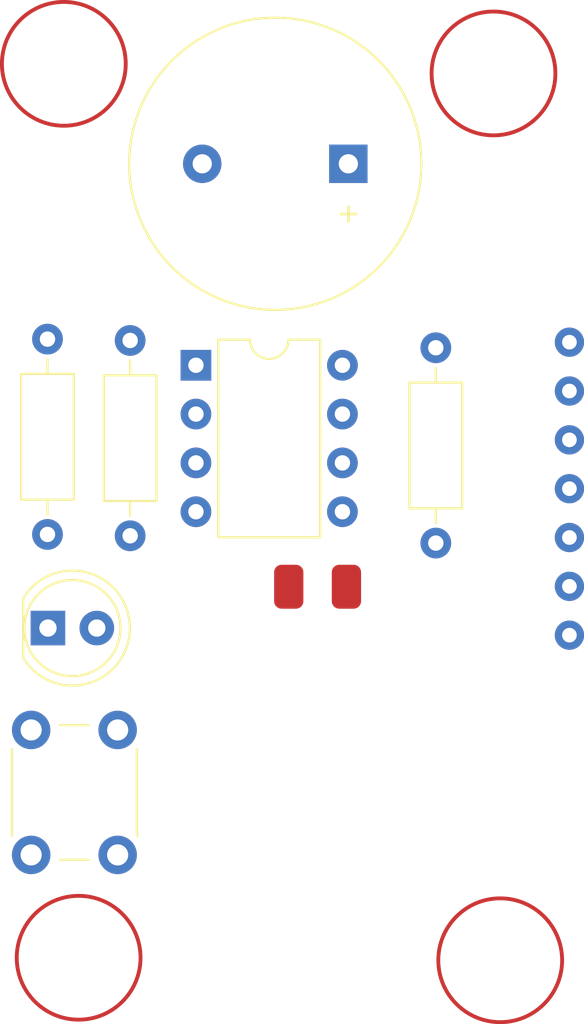
<source format=kicad_pcb>
(kicad_pcb (version 20240108) (generator "pcbnew") (generator_version "8.0")
  (layers (0 "F.Cu" signal) (31 "B.Cu" signal) (34 "B.Paste" user) (35 "F.Paste" user) (36 "B.SilkS" user "B.Silkscreen") (37 "F.SilkS" user "F.Silkscreen") (38 "B.Mask" user) (39 "F.Mask" user) (44 "Edge.Cuts" user))
  (net 0 "")
  (net 1 "+5V")
  (net 2 "Net-(D1-A)")
  (net 3 "Net-(U1-PB1)")
  (net 4 "Net-(U1-PB2)")
  (net 5 "GND")
  (net 6 "Net-(U1-AREF{slash}PB0)")
  (net 7 "Net-(U1-~{RESET}{slash}PB5)")
  (net 8 "Net-(U1-XTAL1{slash}PB3)")
  (net 9 "Net-(U3-+)")
  (net 10 "Net-(BZ1-+)")
  (footprint "Resistor_THT:R_Axial_DIN0207_L6.3mm_D2.5mm_P10.16mm_Horizontal" (layer "F.Cu") (at 124.25 91.94 -90)
    (property "Reference" "R3" (hide yes))
    (property "Value" "220" (hide yes))
    (fp_line (start 1.81 1.37) (end 8.35 1.37) (stroke (width 0.12)) (layer "F.SilkS"))
    (fp_line (start 8.35 1.37) (end 8.35 -1.37) (stroke (width 0.12)) (layer "F.SilkS"))
    (fp_line (start 1.04 0) (end 1.81 0) (stroke (width 0.12)) (layer "F.SilkS"))
    (fp_line (start 9.12 0) (end 8.35 0) (stroke (width 0.12)) (layer "F.SilkS"))
    (fp_line (start 1.81 -1.37) (end 1.81 1.37) (stroke (width 0.12)) (layer "F.SilkS"))
    (fp_line (start 8.35 -1.37) (end 1.81 -1.37) (stroke (width 0.12)) (layer "F.SilkS"))
    (pad "1" thru_hole circle (at 0 0 270) (size 1.6 1.6) (drill 0.8) (layers "*.Cu" "*.Mask") (net 3 "Net-(U1-PB1)"))
    (pad "2" thru_hole oval (at 10.16 0 270) (size 1.6 1.6) (drill 0.8) (layers "*.Cu" "*.Mask") (net 2 "Net-(D1-A)"))
  )
  (footprint "Library:Piezo" (layer "F.Cu") (at 134 104.75)
    (property "Reference" "U3" (hide yes))
    (property "Value" "~" (hide yes))
    (pad "1" smd roundrect (at -1.5 0 90) (size 2.286 1.524) (layers "F.Cu" "F.Paste" "F.Mask") (net 5 "GND"))
    (pad "2" smd roundrect (at 1.5 0 90) (size 2.286 1.524) (layers "F.Cu" "F.Paste" "F.Mask") (net 9 "Net-(U3-+)"))
  )
  (footprint "Button_Switch_THT:SW_PUSH_6mm" (layer "F.Cu") (at 123.6 112.2 -90)
    (property "Reference" "SW1" (hide yes))
    (property "Value" "SW_Push" (hide yes))
    (fp_line (start 1 5.5) (end 5.5 5.5) (stroke (width 0.12)) (layer "F.SilkS"))
    (fp_line (start 6.75 3) (end 6.75 1.5) (stroke (width 0.12)) (layer "F.SilkS"))
    (fp_line (start -0.25 1.5) (end -0.25 3) (stroke (width 0.12)) (layer "F.SilkS"))
    (fp_line (start 5.5 -1) (end 1 -1) (stroke (width 0.12)) (layer "F.SilkS"))
    (pad "1" thru_hole circle (at 0 0) (size 2 2) (drill 1.1) (layers "*.Cu" "*.Mask") (net 4 "Net-(U1-PB2)"))
    (pad "1" thru_hole circle (at 6.5 0) (size 2 2) (drill 1.1) (layers "*.Cu" "*.Mask") (net 4 "Net-(U1-PB2)"))
    (pad "2" thru_hole circle (at 0 4.5) (size 2 2) (drill 1.1) (layers "*.Cu" "*.Mask") (net 5 "GND"))
    (pad "2" thru_hole circle (at 6.5 4.5) (size 2 2) (drill 1.1) (layers "*.Cu" "*.Mask") (net 5 "GND"))
  )
  (footprint "Library:Arduino_connector" (layer "F.Cu") (at 147.1 92.03 -90)
    (property "Reference" "U2" (hide yes))
    (property "Value" "~")
    (pad "1" thru_hole circle (at 0 0 270) (size 1.524 1.524) (drill 0.762) (layers "*.Cu" "*.Mask") (net 7 "Net-(U1-~{RESET}{slash}PB5)"))
    (pad "2" thru_hole circle (at 2.54 0 270) (size 1.524 1.524) (drill 0.762) (layers "*.Cu" "*.Mask") (net 4 "Net-(U1-PB2)"))
    (pad "3" thru_hole circle (at 5.08 0 270) (size 1.524 1.524) (drill 0.762) (layers "*.Cu" "*.Mask") (net 3 "Net-(U1-PB1)"))
    (pad "4" thru_hole circle (at 7.62 0 270) (size 1.524 1.524) (drill 0.762) (layers "*.Cu" "*.Mask") (net 5 "GND"))
    (pad "5" thru_hole circle (at 10.16 0 270) (size 1.524 1.524) (drill 0.762) (layers "*.Cu" "*.Mask") (net 6 "Net-(U1-AREF{slash}PB0)"))
    (pad "6" thru_hole circle (at 12.7 0 270) (size 1.524 1.524) (drill 0.762) (layers "*.Cu" "*.Mask") (net 1 "+5V"))
    (pad "7" thru_hole circle (at 15.24 0 270) (size 1.524 1.524) (drill 0.762) (layers "*.Cu" "*.Mask") (net 1 "+5V"))
  )
  (footprint "Buzzer_Beeper:Buzzer_15x7.5RM7.6" (layer "F.Cu") (at 135.6 82.75 180)
    (property "Reference" "BZ1" (hide yes))
    (property "Value" "Buzzer" (hide yes))
    (fp_circle (center 3.8 0) (end 11.4 0) (stroke (width 0.12)) (fill none) (layer "F.SilkS"))
    (fp_text user "+" (at -0.01 -2.54 180) (layer "F.SilkS"))
    (pad "1" thru_hole rect (at 0 0 180) (size 2 2) (drill 1) (layers "*.Cu" "*.Mask") (net 10 "Net-(BZ1-+)"))
    (pad "2" thru_hole circle (at 7.6 0 180) (size 2 2) (drill 1) (layers "*.Cu" "*.Mask") (net 5 "GND"))
  )
  (footprint "Resistor_THT:R_Axial_DIN0207_L6.3mm_D2.5mm_P10.16mm_Horizontal" (layer "F.Cu") (at 119.95 102.03 90)
    (property "Reference" "R2" (hide yes))
    (property "Value" "1M" (hide yes))
    (fp_line (start 8.35 -1.37) (end 1.81 -1.37) (stroke (width 0.12)) (layer "F.SilkS"))
    (fp_line (start 1.81 -1.37) (end 1.81 1.37) (stroke (width 0.12)) (layer "F.SilkS"))
    (fp_line (start 9.12 0) (end 8.35 0) (stroke (width 0.12)) (layer "F.SilkS"))
    (fp_line (start 1.04 0) (end 1.81 0) (stroke (width 0.12)) (layer "F.SilkS"))
    (fp_line (start 8.35 1.37) (end 8.35 -1.37) (stroke (width 0.12)) (layer "F.SilkS"))
    (fp_line (start 1.81 1.37) (end 8.35 1.37) (stroke (width 0.12)) (layer "F.SilkS"))
    (pad "1" thru_hole circle (at 0 0 90) (size 1.6 1.6) (drill 0.8) (layers "*.Cu" "*.Mask") (net 5 "GND"))
    (pad "2" thru_hole oval (at 10.16 0 90) (size 1.6 1.6) (drill 0.8) (layers "*.Cu" "*.Mask") (net 9 "Net-(U3-+)"))
  )
  (footprint "Package_DIP:DIP-8_W7.62mm" (layer "F.Cu") (at 127.672261 93.228722)
    (property "Reference" "U1" (hide yes))
    (property "Value" "ATtiny85-20P" (hide yes))
    (fp_line (start 1.16 -1.33) (end 1.16 8.95) (stroke (width 0.12)) (layer "F.SilkS"))
    (fp_line (start 1.16 8.95) (end 6.46 8.95) (stroke (width 0.12)) (layer "F.SilkS"))
    (fp_line (start 2.81 -1.33) (end 1.16 -1.33) (stroke (width 0.12)) (layer "F.SilkS"))
    (fp_line (start 6.46 -1.33) (end 4.81 -1.33) (stroke (width 0.12)) (layer "F.SilkS"))
    (fp_line (start 6.46 8.95) (end 6.46 -1.33) (stroke (width 0.12)) (layer "F.SilkS"))
    (fp_arc (start 4.81 -1.33) (mid 3.81 -0.33) (end 2.81 -1.33) (stroke (width 0.12)) (layer "F.SilkS"))
    (pad "1" thru_hole rect (at 0 0) (size 1.6 1.6) (drill 0.8) (layers "*.Cu" "*.Mask") (net 7 "Net-(U1-~{RESET}{slash}PB5)"))
    (pad "2" thru_hole oval (at 0 2.54) (size 1.6 1.6) (drill 0.8) (layers "*.Cu" "*.Mask") (net 8 "Net-(U1-XTAL1{slash}PB3)"))
    (pad "3" thru_hole oval (at 0 5.08) (size 1.6 1.6) (drill 0.8) (layers "*.Cu" "*.Mask") (net 10 "Net-(BZ1-+)"))
    (pad "4" thru_hole oval (at 0 7.62) (size 1.6 1.6) (drill 0.8) (layers "*.Cu" "*.Mask") (net 5 "GND"))
    (pad "5" thru_hole oval (at 7.62 7.62) (size 1.6 1.6) (drill 0.8) (layers "*.Cu" "*.Mask") (net 6 "Net-(U1-AREF{slash}PB0)"))
    (pad "6" thru_hole oval (at 7.62 5.08) (size 1.6 1.6) (drill 0.8) (layers "*.Cu" "*.Mask") (net 3 "Net-(U1-PB1)"))
    (pad "7" thru_hole oval (at 7.62 2.54) (size 1.6 1.6) (drill 0.8) (layers "*.Cu" "*.Mask") (net 4 "Net-(U1-PB2)"))
    (pad "8" thru_hole oval (at 7.62 0) (size 1.6 1.6) (drill 0.8) (layers "*.Cu" "*.Mask") (net 1 "+5V"))
  )
  (footprint "LED_THT:LED_D5.0mm" (layer "F.Cu") (at 119.975 106.9)
    (property "Reference" "D1" (hide yes))
    (property "Value" "LED" (hide yes))
    (fp_line (start -1.29 -1.545) (end -1.29 1.545) (stroke (width 0.12)) (layer "F.SilkS"))
    (fp_arc (start -1.29 -1.54483) (mid 2.072002 -2.880433) (end 4.26 0.000462) (stroke (width 0.12)) (layer "F.SilkS"))
    (fp_arc (start 4.26 -0.000462) (mid 2.072002 2.880433) (end -1.29 1.54483) (stroke (width 0.12)) (layer "F.SilkS"))
    (fp_circle (center 1.27 0) (end 3.77 0) (stroke (width 0.12)) (fill none) (layer "F.SilkS"))
    (pad "1" thru_hole rect (at 0 0) (size 1.8 1.8) (drill 0.9) (layers "*.Cu" "*.Mask") (net 5 "GND"))
    (pad "2" thru_hole circle (at 2.54 0) (size 1.8 1.8) (drill 0.9) (layers "*.Cu" "*.Mask") (net 2 "Net-(D1-A)"))
  )
  (footprint "Resistor_THT:R_Axial_DIN0207_L6.3mm_D2.5mm_P10.16mm_Horizontal" (layer "F.Cu") (at 140.15 92.32 -90)
    (property "Reference" "R1" (hide yes))
    (property "Value" "10k" (hide yes))
    (fp_line (start 1.81 1.37) (end 8.35 1.37) (stroke (width 0.12)) (layer "F.SilkS"))
    (fp_line (start 8.35 1.37) (end 8.35 -1.37) (stroke (width 0.12)) (layer "F.SilkS"))
    (fp_line (start 1.04 0) (end 1.81 0) (stroke (width 0.12)) (layer "F.SilkS"))
    (fp_line (start 9.12 0) (end 8.35 0) (stroke (width 0.12)) (layer "F.SilkS"))
    (fp_line (start 1.81 -1.37) (end 1.81 1.37) (stroke (width 0.12)) (layer "F.SilkS"))
    (fp_line (start 8.35 -1.37) (end 1.81 -1.37) (stroke (width 0.12)) (layer "F.SilkS"))
    (pad "1" thru_hole circle (at 0 0 270) (size 1.6 1.6) (drill 0.8) (layers "*.Cu" "*.Mask") (net 8 "Net-(U1-XTAL1{slash}PB3)"))
    (pad "2" thru_hole oval (at 10.16 0 270) (size 1.6 1.6) (drill 0.8) (layers "*.Cu" "*.Mask") (net 9 "Net-(U3-+)"))
  )
  (gr_circle (center 143.15 78.05) (end 145.75 76.15) (stroke (width 0.2)) (fill none) (layer "F.Cu"))
  (gr_circle (center 143.5 124.179752) (end 146.1 122.279752) (stroke (width 0.2)) (fill none) (layer "F.Cu"))
  (gr_circle (center 121.570248 124.05) (end 124.170248 122.15) (stroke (width 0.2)) (fill none) (layer "F.Cu"))
  (gr_circle (center 120.8 77.55) (end 123.4 75.65) (stroke (width 0.2)) (fill none) (layer "F.Cu"))
)
</source>
